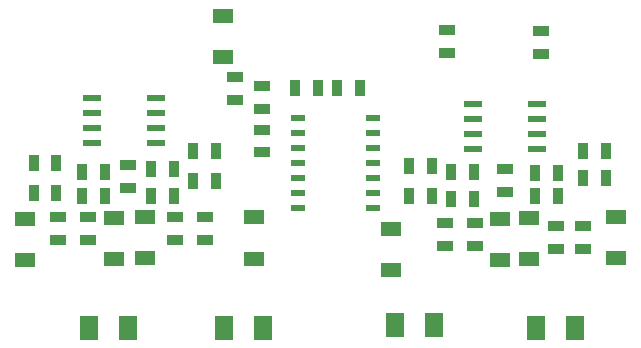
<source format=gbr>
%TF.GenerationSoftware,KiCad,Pcbnew,6.0.11+dfsg-1~bpo11+1*%
%TF.CreationDate,2023-05-28T00:59:07+00:00*%
%TF.ProjectId,VCAI2C01,56434149-3243-4303-912e-6b696361645f,rev?*%
%TF.SameCoordinates,Original*%
%TF.FileFunction,Paste,Bot*%
%TF.FilePolarity,Positive*%
%FSLAX46Y46*%
G04 Gerber Fmt 4.6, Leading zero omitted, Abs format (unit mm)*
G04 Created by KiCad (PCBNEW 6.0.11+dfsg-1~bpo11+1) date 2023-05-28 00:59:07*
%MOMM*%
%LPD*%
G01*
G04 APERTURE LIST*
%ADD10R,0.889000X1.397000*%
%ADD11R,1.397000X0.889000*%
%ADD12R,1.699260X1.300480*%
%ADD13R,1.550000X0.600000*%
%ADD14R,1.143000X0.600000*%
%ADD15R,1.524000X2.032000*%
G04 APERTURE END LIST*
D10*
%TO.C,C1*%
X2413000Y20574000D03*
X508000Y20574000D03*
%TD*%
D11*
%TO.C,C2*%
X19812000Y23368000D03*
X19812000Y21463000D03*
%TD*%
%TO.C,C3*%
X19812000Y25146000D03*
X19812000Y27051000D03*
%TD*%
D10*
%TO.C,C4*%
X14033500Y21590000D03*
X15938500Y21590000D03*
%TD*%
D11*
%TO.C,C5*%
X8483600Y20358100D03*
X8483600Y18453100D03*
%TD*%
D10*
%TO.C,C6*%
X6502400Y17780000D03*
X4597400Y17780000D03*
%TD*%
%TO.C,C7*%
X10477500Y17780000D03*
X12382500Y17780000D03*
%TD*%
%TO.C,C8*%
X34226500Y17780000D03*
X32321500Y17780000D03*
%TD*%
%TO.C,C9*%
X47053500Y19304000D03*
X48958500Y19304000D03*
%TD*%
%TO.C,C10*%
X37782500Y17526000D03*
X35877500Y17526000D03*
%TD*%
%TO.C,C11*%
X42989500Y19710400D03*
X44894500Y19710400D03*
%TD*%
D12*
%TO.C,D1*%
X16510000Y32992060D03*
X16510000Y29491940D03*
%TD*%
%TO.C,D2*%
X7264400Y12400280D03*
X7264400Y15900400D03*
%TD*%
%TO.C,D3*%
X9906000Y12473940D03*
X9906000Y15974060D03*
%TD*%
%TO.C,D4*%
X-203200Y12321540D03*
X-203200Y15821660D03*
%TD*%
%TO.C,D5*%
X19151600Y12451080D03*
X19151600Y15951200D03*
%TD*%
%TO.C,D6*%
X39979600Y12349480D03*
X39979600Y15849600D03*
%TD*%
%TO.C,D7*%
X42418000Y12423140D03*
X42418000Y15923260D03*
%TD*%
%TO.C,D8*%
X30734000Y11457940D03*
X30734000Y14958060D03*
%TD*%
%TO.C,D9*%
X49784000Y12473940D03*
X49784000Y15974060D03*
%TD*%
D11*
%TO.C,R3*%
X5130800Y15938500D03*
X5130800Y14033500D03*
%TD*%
%TO.C,R4*%
X2590800Y15938500D03*
X2590800Y14033500D03*
%TD*%
%TO.C,R5*%
X12446000Y15938500D03*
X12446000Y14033500D03*
%TD*%
%TO.C,R6*%
X14986000Y15938500D03*
X14986000Y14033500D03*
%TD*%
D10*
%TO.C,R7*%
X508000Y18034000D03*
X2413000Y18034000D03*
%TD*%
%TO.C,R8*%
X15938500Y19050000D03*
X14033500Y19050000D03*
%TD*%
%TO.C,R9*%
X4597400Y19812000D03*
X6502400Y19812000D03*
%TD*%
%TO.C,R10*%
X12382500Y20066000D03*
X10477500Y20066000D03*
%TD*%
D11*
%TO.C,R13*%
X37846000Y15430500D03*
X37846000Y13525500D03*
%TD*%
%TO.C,R14*%
X35306000Y15430500D03*
X35306000Y13525500D03*
%TD*%
%TO.C,R15*%
X44704000Y15176500D03*
X44704000Y13271500D03*
%TD*%
%TO.C,R16*%
X46990000Y15176500D03*
X46990000Y13271500D03*
%TD*%
D10*
%TO.C,R17*%
X32321500Y20320000D03*
X34226500Y20320000D03*
%TD*%
%TO.C,R18*%
X48958500Y21590000D03*
X47053500Y21590000D03*
%TD*%
%TO.C,R19*%
X35839400Y19761200D03*
X37744400Y19761200D03*
%TD*%
%TO.C,R20*%
X44894500Y17780000D03*
X42989500Y17780000D03*
%TD*%
D11*
%TO.C,R21*%
X43434000Y29781500D03*
X43434000Y31686500D03*
%TD*%
%TO.C,R22*%
X35458400Y29895800D03*
X35458400Y31800800D03*
%TD*%
D10*
%TO.C,R23*%
X24574500Y26924000D03*
X22669500Y26924000D03*
%TD*%
%TO.C,R24*%
X26225500Y26924000D03*
X28130500Y26924000D03*
%TD*%
D13*
%TO.C,U1*%
X5428000Y22225000D03*
X5428000Y23495000D03*
X5428000Y24765000D03*
X5428000Y26035000D03*
X10828000Y26035000D03*
X10828000Y24765000D03*
X10828000Y23495000D03*
X10828000Y22225000D03*
%TD*%
%TO.C,U2*%
X37686000Y21717000D03*
X37686000Y22987000D03*
X37686000Y24257000D03*
X37686000Y25527000D03*
X43086000Y25527000D03*
X43086000Y24257000D03*
X43086000Y22987000D03*
X43086000Y21717000D03*
%TD*%
D14*
%TO.C,U3*%
X22860000Y16764000D03*
X22860000Y18034000D03*
X22860000Y19304000D03*
X22860000Y20574000D03*
X22860000Y21844000D03*
X22860000Y23114000D03*
X22860000Y24384000D03*
X29210000Y24384000D03*
X29210000Y23114000D03*
X29210000Y21844000D03*
X29210000Y20574000D03*
X29210000Y19304000D03*
X29210000Y18034000D03*
X29210000Y16764000D03*
%TD*%
D11*
%TO.C,C12*%
X40386000Y20002500D03*
X40386000Y18097500D03*
%TD*%
%TO.C,L1*%
X17526000Y27813000D03*
X17526000Y25908000D03*
%TD*%
D15*
%TO.C,R1*%
X5207000Y6604000D03*
X8509000Y6604000D03*
%TD*%
%TO.C,R2*%
X19939000Y6604000D03*
X16637000Y6604000D03*
%TD*%
%TO.C,R11*%
X31115000Y6858000D03*
X34417000Y6858000D03*
%TD*%
%TO.C,R12*%
X46355000Y6604000D03*
X43053000Y6604000D03*
%TD*%
M02*

</source>
